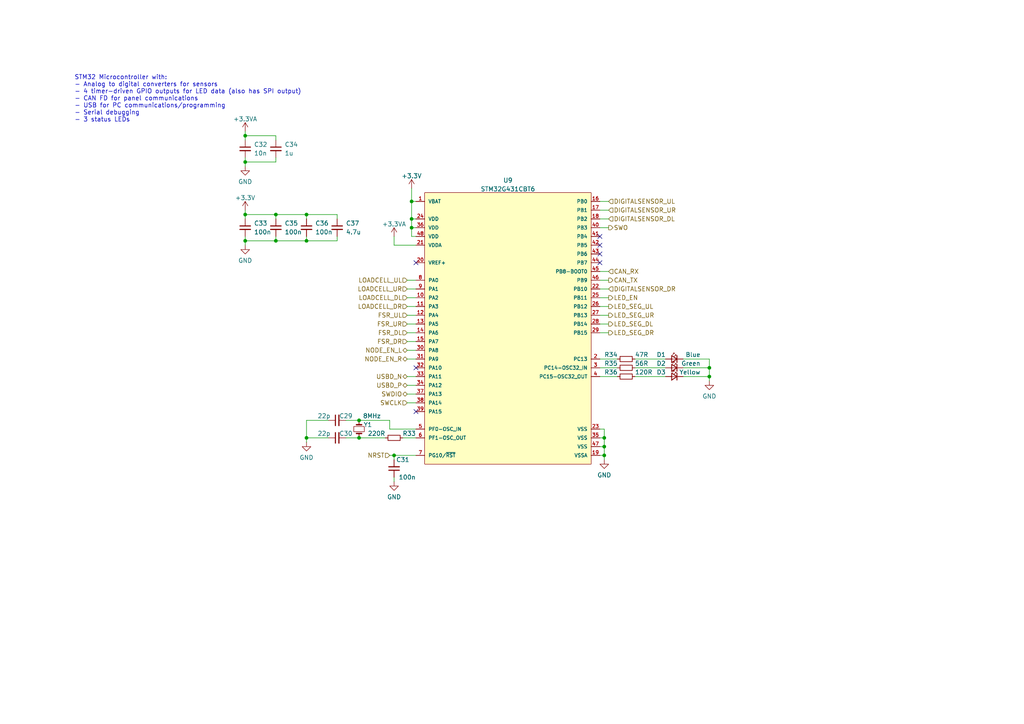
<source format=kicad_sch>
(kicad_sch (version 20211123) (generator eeschema)
  (paper "A4")
  (lib_symbols
    (symbol "Device:C_Small" (pin_numbers hide) (pin_names (offset 0.254) hide)
      (property "Reference" "C" (at 0.254 1.778 0))
      (property "Value" "C_Small" (at 0.254 -2.032 0))
      (symbol "C_Small_0_1"
        (polyline (pts (xy -1.524 -0.508) (xy 1.524 -0.508)) (stroke (width 0.3302)))
        (polyline (pts (xy -1.524 0.508) (xy 1.524 0.508)) (stroke (width 0.3048)))
      )
      (symbol "C_Small_1_1"
        (pin passive line (at 0 2.54 270) (length 2.032) (name "~") (number "1"))
        (pin passive line (at 0 -2.54 90) (length 2.032) (name "~") (number "2"))
      )
    )
    (symbol "Device:Crystal_Small" (pin_numbers hide) (pin_names (offset 1.016) hide)
      (property "Reference" "Y" (at 0 2.54 0))
      (property "Value" "Crystal_Small" (at 0 -2.54 0))
      (symbol "Crystal_Small_0_1"
        (rectangle (start -0.762 -1.524) (end 0.762 1.524))
        (polyline (pts (xy -1.27 -0.762) (xy -1.27 0.762)) (stroke (width 0.381)))
        (polyline (pts (xy 1.27 -0.762) (xy 1.27 0.762)) (stroke (width 0.381)))
      )
      (symbol "Crystal_Small_1_1"
        (pin passive line (at -2.54 0 0) (length 1.27) (name "1") (number "1"))
        (pin passive line (at 2.54 0 180) (length 1.27) (name "2") (number "2"))
      )
    )
    (symbol "Device:LED_Small" (pin_numbers hide) (pin_names (offset 0.254) hide)
      (property "Reference" "D" (at -1.27 3.175 0))
      (property "Value" "LED_Small" (at -4.445 -2.54 0))
      (symbol "LED_Small_0_1"
        (polyline (pts (xy -0.762 -1.016) (xy -0.762 1.016)) (stroke (width 0.254)))
        (polyline (pts (xy 1.016 0) (xy -0.762 0)))
        (polyline (pts (xy 0.762 -1.016) (xy -0.762 0) (xy 0.762 1.016) (xy 0.762 -1.016)) (stroke (width 0.254)))
        (polyline (pts (xy 0 0.762) (xy -0.508 1.27) (xy -0.254 1.27) (xy -0.508 1.27) (xy -0.508 1.016)))
        (polyline (pts (xy 0.508 1.27) (xy 0 1.778) (xy 0.254 1.778) (xy 0 1.778) (xy 0 1.524)))
      )
      (symbol "LED_Small_1_1"
        (pin passive line (at -2.54 0 0) (length 1.778) (name "K") (number "1"))
        (pin passive line (at 2.54 0 180) (length 1.778) (name "A") (number "2"))
      )
    )
    (symbol "Device:R_Small" (pin_numbers hide) (pin_names (offset 0.254) hide)
      (property "Reference" "R" (at 0.762 0.508 0))
      (property "Value" "R_Small" (at 0.762 -1.016 0))
      (symbol "R_Small_0_1"
        (rectangle (start -0.762 1.778) (end 0.762 -1.778) (stroke (width 0.2032)))
      )
      (symbol "R_Small_1_1"
        (pin passive line (at 0 2.54 270) (length 0.762) (name "~") (number "1"))
        (pin passive line (at 0 -2.54 90) (length 0.762) (name "~") (number "2"))
      )
    )
    (symbol "MCU:STM32G431CBT6" (pin_names (offset 1.016))
      (property "Reference" "U" (at 0 5.08 0))
      (property "Value" "STM32G431CBT6" (at 0 7.62 0))
      (symbol "STM32G431CBT6_1_1"
        (rectangle (start 5.08 2.54) (end 53.34 -76.2) (fill (type background)))
        (pin power_in line (at 2.54 0 0) (length 2.54) (name "VBAT") (number "1"))
        (pin bidirectional line (at 2.54 -27.94 0) (length 2.54) (name "PA2") (number "10"))
        (pin bidirectional line (at 2.54 -30.48 0) (length 2.54) (name "PA3") (number "11"))
        (pin bidirectional line (at 2.54 -33.02 0) (length 2.54) (name "PA4") (number "12"))
        (pin bidirectional line (at 2.54 -35.56 0) (length 2.54) (name "PA5") (number "13"))
        (pin bidirectional line (at 2.54 -38.1 0) (length 2.54) (name "PA6") (number "14"))
        (pin bidirectional line (at 2.54 -40.64 0) (length 2.54) (name "PA7") (number "15"))
        (pin bidirectional line (at 55.88 0 180) (length 2.54) (name "PB0") (number "16"))
        (pin bidirectional line (at 55.88 -2.54 180) (length 2.54) (name "PB1") (number "17"))
        (pin bidirectional line (at 55.88 -5.08 180) (length 2.54) (name "PB2") (number "18"))
        (pin power_in line (at 55.88 -73.66 180) (length 2.54) (name "VSSA") (number "19"))
        (pin bidirectional line (at 55.88 -45.72 180) (length 2.54) (name "PC13") (number "2"))
        (pin power_in line (at 2.54 -17.78 0) (length 2.54) (name "VREF+") (number "20"))
        (pin power_in line (at 2.54 -12.7 0) (length 2.54) (name "VDDA") (number "21"))
        (pin bidirectional line (at 55.88 -25.4 180) (length 2.54) (name "PB10") (number "22"))
        (pin power_in line (at 55.88 -66.04 180) (length 2.54) (name "VSS") (number "23"))
        (pin power_in line (at 2.54 -5.08 0) (length 2.54) (name "VDD") (number "24"))
        (pin bidirectional line (at 55.88 -27.94 180) (length 2.54) (name "PB11") (number "25"))
        (pin bidirectional line (at 55.88 -30.48 180) (length 2.54) (name "PB12") (number "26"))
        (pin bidirectional line (at 55.88 -33.02 180) (length 2.54) (name "PB13") (number "27"))
        (pin bidirectional line (at 55.88 -35.56 180) (length 2.54) (name "PB14") (number "28"))
        (pin bidirectional line (at 55.88 -38.1 180) (length 2.54) (name "PB15") (number "29"))
        (pin bidirectional line (at 55.88 -48.26 180) (length 2.54) (name "PC14-OSC32_IN") (number "3"))
        (pin bidirectional line (at 2.54 -43.18 0) (length 2.54) (name "PA8") (number "30"))
        (pin bidirectional line (at 2.54 -45.72 0) (length 2.54) (name "PA9") (number "31"))
        (pin bidirectional line (at 2.54 -48.26 0) (length 2.54) (name "PA10") (number "32"))
        (pin bidirectional line (at 2.54 -50.8 0) (length 2.54) (name "PA11") (number "33"))
        (pin bidirectional line (at 2.54 -53.34 0) (length 2.54) (name "PA12") (number "34"))
        (pin power_in line (at 55.88 -68.58 180) (length 2.54) (name "VSS") (number "35"))
        (pin power_in line (at 2.54 -7.62 0) (length 2.54) (name "VDD") (number "36"))
        (pin bidirectional line (at 2.54 -55.88 0) (length 2.54) (name "PA13") (number "37"))
        (pin bidirectional line (at 2.54 -58.42 0) (length 2.54) (name "PA14") (number "38"))
        (pin bidirectional line (at 2.54 -60.96 0) (length 2.54) (name "PA15") (number "39"))
        (pin bidirectional line (at 55.88 -50.8 180) (length 2.54) (name "PC15-OSC32_OUT") (number "4"))
        (pin bidirectional line (at 55.88 -7.62 180) (length 2.54) (name "PB3") (number "40"))
        (pin bidirectional line (at 55.88 -10.16 180) (length 2.54) (name "PB4") (number "41"))
        (pin bidirectional line (at 55.88 -12.7 180) (length 2.54) (name "PB5") (number "42"))
        (pin bidirectional line (at 55.88 -15.24 180) (length 2.54) (name "PB6") (number "43"))
        (pin bidirectional line (at 55.88 -17.78 180) (length 2.54) (name "PB7") (number "44"))
        (pin bidirectional line (at 55.88 -20.32 180) (length 2.54) (name "PB8-BOOT0") (number "45"))
        (pin bidirectional line (at 55.88 -22.86 180) (length 2.54) (name "PB9") (number "46"))
        (pin power_in line (at 55.88 -71.12 180) (length 2.54) (name "VSS") (number "47"))
        (pin power_in line (at 2.54 -10.16 0) (length 2.54) (name "VDD") (number "48"))
        (pin bidirectional line (at 2.54 -66.04 0) (length 2.54) (name "PF0-OSC_IN") (number "5"))
        (pin bidirectional line (at 2.54 -68.58 0) (length 2.54) (name "PF1-OSC_OUT") (number "6"))
        (pin bidirectional line (at 2.54 -73.66 0) (length 2.54) (name "PG10/~{RST}") (number "7"))
        (pin bidirectional line (at 2.54 -22.86 0) (length 2.54) (name "PA0") (number "8"))
        (pin bidirectional line (at 2.54 -25.4 0) (length 2.54) (name "PA1") (number "9"))
      )
    )
    (symbol "power:+3.3V" (power) (pin_numbers hide) (pin_names (offset 0) hide)
      (property "Value" "+3.3V" (at 0 3.556 0))
      (symbol "+3.3V_0_1"
        (polyline (pts (xy -0.762 1.27) (xy 0 2.54)))
        (polyline (pts (xy 0 0) (xy 0 2.54)))
        (polyline (pts (xy 0 2.54) (xy 0.762 1.27)))
      )
      (symbol "+3.3V_1_1"
        (pin power_in line (at 0 0 90) (length 0) hide (name "+3.3V") (number "1"))
      )
    )
    (symbol "power:+3.3VA" (power) (pin_numbers hide) (pin_names (offset 0) hide)
      (property "Value" "+3.3VA" (at 0 3.556 0))
      (symbol "+3.3VA_0_1"
        (polyline (pts (xy -0.762 1.27) (xy 0 2.54)))
        (polyline (pts (xy 0 0) (xy 0 2.54)))
        (polyline (pts (xy 0 2.54) (xy 0.762 1.27)))
      )
      (symbol "+3.3VA_1_1"
        (pin power_in line (at 0 0 90) (length 0) hide (name "+3.3VA") (number "1"))
      )
    )
    (symbol "power:GND" (power) (pin_numbers hide) (pin_names (offset 0) hide)
      (property "Value" "GND" (at 0 -3.81 0))
      (symbol "GND_0_1"
        (polyline (pts (xy 0 0) (xy 0 -1.27) (xy 1.27 -1.27) (xy 0 -2.54) (xy -1.27 -1.27) (xy 0 -1.27)))
      )
      (symbol "GND_1_1"
        (pin power_in line (at 0 0 270) (length 0) hide (name "GND") (number "1"))
      )
    )
  )
  (junction (at 88.9 62.23))
  (junction (at 104.14 127))
  (junction (at 88.9 69.85))
  (junction (at 71.12 69.85))
  (junction (at 80.01 69.85))
  (junction (at 114.3 132.08))
  (junction (at 175.26 127))
  (junction (at 205.74 106.68))
  (junction (at 175.26 132.08))
  (junction (at 88.9 127))
  (junction (at 71.12 46.99))
  (junction (at 175.26 129.54))
  (junction (at 71.12 39.37))
  (junction (at 80.01 62.23))
  (junction (at 119.38 66.04))
  (junction (at 104.14 121.92))
  (junction (at 119.38 58.42))
  (junction (at 205.74 109.22))
  (junction (at 71.12 62.23))
  (junction (at 119.38 63.5))
  (no_connect (at 120.65 119.38))
  (no_connect (at 173.99 73.66))
  (no_connect (at 173.99 76.2))
  (no_connect (at 173.99 71.12))
  (no_connect (at 173.99 68.58))
  (no_connect (at 120.65 106.68))
  (no_connect (at 120.65 76.2))
  (wire (pts (xy 119.38 63.5) (xy 119.38 66.04)))
  (wire (pts (xy 118.11 88.9) (xy 120.65 88.9)))
  (wire (pts (xy 176.53 81.28) (xy 173.99 81.28)))
  (wire (pts (xy 119.38 63.5) (xy 120.65 63.5)))
  (wire (pts (xy 88.9 127) (xy 88.9 128.27)))
  (wire (pts (xy 118.11 86.36) (xy 120.65 86.36)))
  (wire (pts (xy 173.99 96.52) (xy 176.53 96.52)))
  (wire (pts (xy 179.07 104.14) (xy 173.99 104.14)))
  (wire (pts (xy 118.11 91.44) (xy 120.65 91.44)))
  (wire (pts (xy 88.9 127) (xy 95.25 127)))
  (wire (pts (xy 119.38 58.42) (xy 120.65 58.42)))
  (wire (pts (xy 173.99 127) (xy 175.26 127)))
  (wire (pts (xy 71.12 38.1) (xy 71.12 39.37)))
  (wire (pts (xy 71.12 45.72) (xy 71.12 46.99)))
  (wire (pts (xy 71.12 60.96) (xy 71.12 62.23)))
  (wire (pts (xy 71.12 46.99) (xy 80.01 46.99)))
  (wire (pts (xy 104.14 121.92) (xy 113.03 121.92)))
  (wire (pts (xy 80.01 68.58) (xy 80.01 69.85)))
  (wire (pts (xy 118.11 96.52) (xy 120.65 96.52)))
  (wire (pts (xy 71.12 69.85) (xy 71.12 71.12)))
  (wire (pts (xy 175.26 133.35) (xy 175.26 132.08)))
  (wire (pts (xy 88.9 121.92) (xy 88.9 127)))
  (wire (pts (xy 193.04 106.68) (xy 184.15 106.68)))
  (wire (pts (xy 71.12 46.99) (xy 71.12 48.26)))
  (wire (pts (xy 118.11 104.14) (xy 120.65 104.14)))
  (wire (pts (xy 119.38 54.61) (xy 119.38 58.42)))
  (wire (pts (xy 176.53 86.36) (xy 173.99 86.36)))
  (wire (pts (xy 113.03 121.92) (xy 113.03 124.46)))
  (wire (pts (xy 118.11 101.6) (xy 120.65 101.6)))
  (wire (pts (xy 100.33 121.92) (xy 104.14 121.92)))
  (wire (pts (xy 114.3 132.08) (xy 120.65 132.08)))
  (wire (pts (xy 118.11 116.84) (xy 120.65 116.84)))
  (wire (pts (xy 80.01 39.37) (xy 71.12 39.37)))
  (wire (pts (xy 119.38 66.04) (xy 119.38 68.58)))
  (wire (pts (xy 205.74 106.68) (xy 198.12 106.68)))
  (wire (pts (xy 88.9 69.85) (xy 97.79 69.85)))
  (wire (pts (xy 97.79 68.58) (xy 97.79 69.85)))
  (wire (pts (xy 118.11 81.28) (xy 120.65 81.28)))
  (wire (pts (xy 119.38 58.42) (xy 119.38 63.5)))
  (wire (pts (xy 95.25 121.92) (xy 88.9 121.92)))
  (wire (pts (xy 80.01 62.23) (xy 88.9 62.23)))
  (wire (pts (xy 173.99 58.42) (xy 176.53 58.42)))
  (wire (pts (xy 205.74 104.14) (xy 205.74 106.68)))
  (wire (pts (xy 80.01 46.99) (xy 80.01 45.72)))
  (wire (pts (xy 80.01 69.85) (xy 88.9 69.85)))
  (wire (pts (xy 80.01 40.64) (xy 80.01 39.37)))
  (wire (pts (xy 118.11 83.82) (xy 120.65 83.82)))
  (wire (pts (xy 193.04 104.14) (xy 184.15 104.14)))
  (wire (pts (xy 88.9 62.23) (xy 97.79 62.23)))
  (wire (pts (xy 114.3 71.12) (xy 114.3 68.58)))
  (wire (pts (xy 176.53 93.98) (xy 173.99 93.98)))
  (wire (pts (xy 175.26 127) (xy 175.26 129.54)))
  (wire (pts (xy 80.01 62.23) (xy 80.01 63.5)))
  (wire (pts (xy 175.26 124.46) (xy 175.26 127)))
  (wire (pts (xy 71.12 62.23) (xy 80.01 62.23)))
  (wire (pts (xy 119.38 68.58) (xy 120.65 68.58)))
  (wire (pts (xy 88.9 68.58) (xy 88.9 69.85)))
  (wire (pts (xy 176.53 88.9) (xy 173.99 88.9)))
  (wire (pts (xy 120.65 71.12) (xy 114.3 71.12)))
  (wire (pts (xy 71.12 68.58) (xy 71.12 69.85)))
  (wire (pts (xy 88.9 62.23) (xy 88.9 63.5)))
  (wire (pts (xy 97.79 62.23) (xy 97.79 63.5)))
  (wire (pts (xy 71.12 63.5) (xy 71.12 62.23)))
  (wire (pts (xy 119.38 66.04) (xy 120.65 66.04)))
  (wire (pts (xy 179.07 109.22) (xy 173.99 109.22)))
  (wire (pts (xy 173.99 60.96) (xy 176.53 60.96)))
  (wire (pts (xy 205.74 109.22) (xy 205.74 110.49)))
  (wire (pts (xy 173.99 83.82) (xy 176.53 83.82)))
  (wire (pts (xy 114.3 133.35) (xy 114.3 132.08)))
  (wire (pts (xy 176.53 66.04) (xy 173.99 66.04)))
  (wire (pts (xy 198.12 104.14) (xy 205.74 104.14)))
  (wire (pts (xy 116.84 127) (xy 120.65 127)))
  (wire (pts (xy 205.74 109.22) (xy 198.12 109.22)))
  (wire (pts (xy 114.3 138.43) (xy 114.3 139.7)))
  (wire (pts (xy 118.11 109.22) (xy 120.65 109.22)))
  (wire (pts (xy 71.12 69.85) (xy 80.01 69.85)))
  (wire (pts (xy 118.11 99.06) (xy 120.65 99.06)))
  (wire (pts (xy 71.12 39.37) (xy 71.12 40.64)))
  (wire (pts (xy 205.74 106.68) (xy 205.74 109.22)))
  (wire (pts (xy 173.99 129.54) (xy 175.26 129.54)))
  (wire (pts (xy 113.03 124.46) (xy 120.65 124.46)))
  (wire (pts (xy 175.26 129.54) (xy 175.26 132.08)))
  (wire (pts (xy 173.99 63.5) (xy 176.53 63.5)))
  (wire (pts (xy 176.53 78.74) (xy 173.99 78.74)))
  (wire (pts (xy 179.07 106.68) (xy 173.99 106.68)))
  (wire (pts (xy 104.14 127) (xy 111.76 127)))
  (wire (pts (xy 175.26 132.08) (xy 173.99 132.08)))
  (wire (pts (xy 173.99 124.46) (xy 175.26 124.46)))
  (wire (pts (xy 118.11 93.98) (xy 120.65 93.98)))
  (wire (pts (xy 118.11 111.76) (xy 120.65 111.76)))
  (wire (pts (xy 100.33 127) (xy 104.14 127)))
  (wire (pts (xy 193.04 109.22) (xy 184.15 109.22)))
  (wire (pts (xy 113.03 132.08) (xy 114.3 132.08)))
  (wire (pts (xy 118.11 114.3) (xy 120.65 114.3)))
  (wire (pts (xy 176.53 91.44) (xy 173.99 91.44)))
  (text "STM32 Microcontroller with:\n- Analog to digital converters for sensors\n- 4 timer-driven GPIO outputs for LED data (also has SPI output)\n- CAN FD for panel communications\n- USB for PC communications/programming\n- Serial debugging\n- 3 status LEDs" (at 21.59 35.56 0) (effects (font (size 1.27 1.27)) (justify left bottom)))
  (hierarchical_label "FSR_UR" (shape input) (at 118.11 93.98 180))
  (hierarchical_label "USBD_N" (shape bidirectional) (at 118.11 109.22 180))
  (hierarchical_label "FSR_DR" (shape input) (at 118.11 99.06 180))
  (hierarchical_label "NRST" (shape input) (at 113.03 132.08 180))
  (hierarchical_label "NODE_EN_L" (shape bidirectional) (at 118.11 101.6 180))
  (hierarchical_label "CAN_TX" (shape output) (at 176.53 81.28 0))
  (hierarchical_label "USBD_P" (shape bidirectional) (at 118.11 111.76 180))
  (hierarchical_label "LOADCELL_UL" (shape input) (at 118.11 81.28 180))
  (hierarchical_label "LOADCELL_UR" (shape input) (at 118.11 83.82 180))
  (hierarchical_label "DIGITALSENSOR_DL" (shape input) (at 176.53 63.5 0))
  (hierarchical_label "NODE_EN_R" (shape bidirectional) (at 118.11 104.14 180))
  (hierarchical_label "LED_SEG_UL" (shape output) (at 176.53 88.9 0))
  (hierarchical_label "LED_EN" (shape output) (at 176.53 86.36 0))
  (hierarchical_label "CAN_RX" (shape input) (at 176.53 78.74 0))
  (hierarchical_label "LOADCELL_DL" (shape input) (at 118.11 86.36 180))
  (hierarchical_label "DIGITALSENSOR_UR" (shape input) (at 176.53 60.96 0))
  (hierarchical_label "DIGITALSENSOR_DR" (shape input) (at 176.53 83.82 0))
  (hierarchical_label "SWDIO" (shape bidirectional) (at 118.11 114.3 180))
  (hierarchical_label "LED_SEG_UR" (shape output) (at 176.53 91.44 0))
  (hierarchical_label "SWO" (shape output) (at 176.53 66.04 0))
  (hierarchical_label "SWCLK" (shape input) (at 118.11 116.84 180))
  (hierarchical_label "DIGITALSENSOR_UL" (shape input) (at 176.53 58.42 0))
  (hierarchical_label "LED_SEG_DL" (shape output) (at 176.53 93.98 0))
  (hierarchical_label "LED_SEG_DR" (shape output) (at 176.53 96.52 0))
  (hierarchical_label "FSR_DL" (shape input) (at 118.11 96.52 180))
  (hierarchical_label "LOADCELL_DR" (shape input) (at 118.11 88.9 180))
  (hierarchical_label "FSR_UL" (shape input) (at 118.11 91.44 180))
  (symbol (lib_id "Device:C_Small") (at 71.12 43.18 0) (unit 1)
    (property "Reference" "C32" (at 73.66 41.91 0) (effects (justify left)))
    (property "Value" "10n" (at 73.66 44.45 0) (effects (justify left)))
    (property "Footprint" "Capacitor_SMD:C_0603_1608Metric" (effects hide))
  )
  (symbol (lib_id "MCU:STM32G431CBT6") (at 118.11 58.42 0) (unit 1)
    (property "Reference" "U9" (at 147.32 52.3072 0))
    (property "Value" "STM32G431CBT6" (at 147.32 54.8441 0))
    (property "Footprint" "Package_QFP:LQFP-48_7x7mm_P0.5mm" (effects hide))
    (property "Datasheet" "https://www.st.com/resource/en/datasheet/stm32g431cb.pdf" (effects hide))
    (property "RAM size" "32KBytes" (effects hide))
    (property "ambient temperature range high" "+85°C" (effects hide))
    (property "ambient temperature range low" "-40°C" (effects hide))
    (property "automotive" "No" (effects hide))
    (property "category" "IC" (effects hide))
    (property "core architecture" "Arm Cortex-M4" (effects hide))
    (property "data bus width" "32bits" (effects hide))
    (property "device class L1" "Integrated Circuits (ICs)" (effects hide))
    (property "device class L2" "Embedded Processors and Controllers" (effects hide))
    (property "device class L3" "Microcontrollers" (effects hide))
    (property "digikey description" "MAINSTREAM ARM CORTEX-M4+ MCU 17" (effects hide))
    (property "digikey part number" "497-19473-ND" (effects hide))
    (property "frequency" "170MHz" (effects hide))
    (property "height" "1.6mm" (effects hide))
    (property "interface" "I2C,SPI,UART,USART,CAN,USB,LIN,IrDA,I2S" (effects hide))
    (property "lead free" "Yes" (effects hide))
    (property "library id" "ab40fe06b39d1fa1" (effects hide))
    (property "manufacturer" "STMicroelectronics" (effects hide))
    (property "max junction temp" "+105°C" (effects hide))
    (property "max supply voltage" "3.6V" (effects hide))
    (property "memory size" "128KBytes" (effects hide))
    (property "memory type" "FLASH" (effects hide))
    (property "min supply voltage" "1.62V" (effects hide))
    (property "mouser part number" "511-STM32G431CBT6" (effects hide))
    (property "number of A/D converters" "1" (effects hide))
    (property "number of ADC channels" "17" (effects hide))
    (property "number of I/Os" "38" (effects hide))
    (property "number of I2C channels" "3" (effects hide))
    (property "number of PWM channels" "31" (effects hide))
    (property "number of SPI channels" "3" (effects hide))
    (property "number of UART channels" "4" (effects hide))
    (property "number of USB channels" "1" (effects hide))
    (property "number of cores" "1" (effects hide))
    (property "number of timers/counters" "14" (effects hide))
    (property "package" "LQFP48" (effects hide))
    (property "rohs" "Yes" (effects hide))
    (property "standoff height" "0.05mm" (effects hide))
    (property "temperature range high" "+85°C" (effects hide))
    (property "temperature range low" "-40°C" (effects hide))
  )
  (symbol (lib_id "Device:R_Small") (at 114.3 127 90) (unit 1)
    (property "Reference" "R33" (at 120.65 125.73 90) (effects (justify left)))
    (property "Value" "220R" (at 111.76 125.73 90) (effects (justify left)))
    (property "Footprint" "Resistor_SMD:R_0603_1608Metric" (effects hide))
  )
  (symbol (lib_id "Device:C_Small") (at 97.79 66.04 0) (unit 1)
    (property "Reference" "C37" (at 100.33 64.77 0) (effects (justify left)))
    (property "Value" "4.7u" (at 100.33 67.31 0) (effects (justify left)))
    (property "Footprint" "Capacitor_SMD:C_0603_1608Metric" (effects hide))
  )
  (symbol (lib_id "Device:C_Small") (at 80.01 43.18 0) (unit 1)
    (property "Reference" "C34" (at 82.55 41.91 0) (effects (justify left)))
    (property "Value" "1u" (at 82.55 44.45 0) (effects (justify left)))
    (property "Footprint" "Capacitor_SMD:C_0603_1608Metric" (effects hide))
  )
  (symbol (lib_id "Device:Crystal_Small") (at 104.14 124.46 90) (unit 1)
    (property "Reference" "Y1" (at 107.95 123.19 90) (effects (justify left)))
    (property "Value" "8MHz" (at 110.49 120.65 90) (effects (justify left)))
    (property "Footprint" "Crystal:Crystal_SMD_5032-2Pin_5.0x3.2mm" (effects hide))
  )
  (symbol (lib_id "power:GND") (at 71.12 71.12 0) (unit 1)
    (property "Reference" "#PWR081" (effects hide))
    (property "Value" "GND" (at 71.12 75.5634 0))
  )
  (symbol (lib_id "Device:R_Small") (at 181.61 104.14 270) (mirror x) (unit 1)
    (property "Reference" "R34" (at 175.26 102.87 90) (effects (justify left)))
    (property "Value" "47R" (at 184.15 102.87 90) (effects (justify left)))
    (property "Footprint" "Resistor_SMD:R_0603_1608Metric" (effects hide))
  )
  (symbol (lib_id "Device:C_Small") (at 97.79 121.92 90) (unit 1)
    (property "Reference" "C29" (at 100.33 120.65 90))
    (property "Value" "22p" (at 93.98 120.65 90))
    (property "Footprint" "Capacitor_SMD:C_0603_1608Metric" (effects hide))
  )
  (symbol (lib_id "power:+3.3V") (at 119.38 54.61 0) (unit 1)
    (property "Reference" "#PWR076" (effects hide))
    (property "Value" "+3.3V" (at 119.38 51.0342 0))
  )
  (symbol (lib_id "power:GND") (at 71.12 48.26 0) (unit 1)
    (property "Reference" "#PWR079" (effects hide))
    (property "Value" "GND" (at 71.12 52.7034 0))
  )
  (symbol (lib_id "power:+3.3VA") (at 114.3 68.58 0) (unit 1)
    (property "Reference" "#PWR074" (effects hide))
    (property "Value" "+3.3VA" (at 114.3 65.0042 0))
  )
  (symbol (lib_id "Device:R_Small") (at 181.61 109.22 270) (mirror x) (unit 1)
    (property "Reference" "R36" (at 175.26 107.95 90) (effects (justify left)))
    (property "Value" "120R" (at 184.15 107.95 90) (effects (justify left)))
    (property "Footprint" "Resistor_SMD:R_0603_1608Metric" (effects hide))
  )
  (symbol (lib_id "Device:C_Small") (at 88.9 66.04 0) (unit 1)
    (property "Reference" "C36" (at 91.44 64.77 0) (effects (justify left)))
    (property "Value" "100n" (at 91.44 67.31 0) (effects (justify left)))
    (property "Footprint" "Capacitor_SMD:C_0603_1608Metric" (effects hide))
  )
  (symbol (lib_id "power:+3.3VA") (at 71.12 38.1 0) (unit 1)
    (property "Reference" "#PWR078" (effects hide))
    (property "Value" "+3.3VA" (at 71.12 34.5242 0))
  )
  (symbol (lib_id "Device:C_Small") (at 80.01 66.04 0) (unit 1)
    (property "Reference" "C35" (at 82.55 64.77 0) (effects (justify left)))
    (property "Value" "100n" (at 82.55 67.31 0) (effects (justify left)))
    (property "Footprint" "Capacitor_SMD:C_0603_1608Metric" (effects hide))
  )
  (symbol (lib_id "power:+3.3V") (at 71.12 60.96 0) (unit 1)
    (property "Reference" "#PWR080" (effects hide))
    (property "Value" "+3.3V" (at 71.12 57.3842 0))
  )
  (symbol (lib_id "Device:LED_Small") (at 195.58 104.14 0) (mirror y) (unit 1)
    (property "Reference" "D1" (at 191.77 102.87 0))
    (property "Value" "Blue" (at 203.2 102.87 0) (effects (justify left)))
    (property "Footprint" "LED_SMD:LED_0603_1608Metric" (effects hide))
  )
  (symbol (lib_id "Device:C_Small") (at 71.12 66.04 0) (unit 1)
    (property "Reference" "C33" (at 73.66 64.77 0) (effects (justify left)))
    (property "Value" "100n" (at 73.66 67.31 0) (effects (justify left)))
    (property "Footprint" "Capacitor_SMD:C_0603_1608Metric" (effects hide))
  )
  (symbol (lib_id "Device:LED_Small") (at 195.58 109.22 0) (mirror y) (unit 1)
    (property "Reference" "D3" (at 191.77 107.95 0))
    (property "Value" "Yellow" (at 203.2 107.95 0) (effects (justify left)))
    (property "Footprint" "LED_SMD:LED_0603_1608Metric" (effects hide))
  )
  (symbol (lib_id "power:GND") (at 205.74 110.49 0) (unit 1)
    (property "Reference" "#PWR094" (effects hide))
    (property "Value" "GND" (at 205.74 114.9334 0))
  )
  (symbol (lib_id "Device:R_Small") (at 181.61 106.68 270) (mirror x) (unit 1)
    (property "Reference" "R35" (at 175.26 105.41 90) (effects (justify left)))
    (property "Value" "56R" (at 184.15 105.41 90) (effects (justify left)))
    (property "Footprint" "Resistor_SMD:R_0603_1608Metric" (effects hide))
  )
  (symbol (lib_id "Device:C_Small") (at 114.3 135.89 180) (unit 1)
    (property "Reference" "C31" (at 116.84 133.35 0))
    (property "Value" "100n" (at 118.11 138.43 0))
    (property "Footprint" "Capacitor_SMD:C_0603_1608Metric" (effects hide))
  )
  (symbol (lib_id "power:GND") (at 175.26 133.35 0) (unit 1)
    (property "Reference" "#PWR077" (effects hide))
    (property "Value" "GND" (at 175.26 137.7934 0))
  )
  (symbol (lib_id "Device:C_Small") (at 97.79 127 90) (unit 1)
    (property "Reference" "C30" (at 100.33 125.73 90))
    (property "Value" "22p" (at 93.98 125.73 90))
    (property "Footprint" "Capacitor_SMD:C_0603_1608Metric" (effects hide))
  )
  (symbol (lib_id "power:GND") (at 88.9 128.27 0) (unit 1)
    (property "Reference" "#PWR073" (effects hide))
    (property "Value" "GND" (at 88.9 132.7134 0))
  )
  (symbol (lib_id "power:GND") (at 114.3 139.7 0) (unit 1)
    (property "Reference" "#PWR075" (effects hide))
    (property "Value" "GND" (at 114.3 144.1434 0))
  )
  (symbol (lib_id "Device:LED_Small") (at 195.58 106.68 0) (mirror y) (unit 1)
    (property "Reference" "D2" (at 191.77 105.41 0))
    (property "Value" "Green" (at 203.2 105.41 0) (effects (justify left)))
    (property "Footprint" "LED_SMD:LED_0603_1608Metric" (effects hide))
  )
)
</source>
